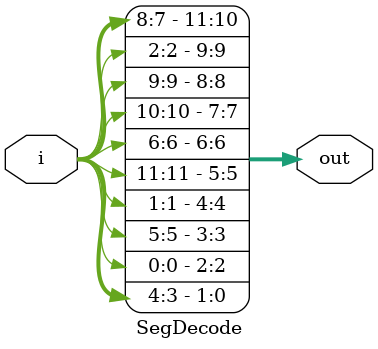
<source format=v>
module SegDecode #(
	)
(
	input [11:0] i,
	output [11:0] out
	/*output out1,
	output out2,
	output out3,
	output out4,
	output out5,
	output out6,
	output out7,
	output out8,
	output out9,
	output out10,
	output out11
	*/
);

// i: [[1, 2, 3, 4], A, B, C, D, E, F, G, DP]
//swap 11 and 5
//swap 7 and 8
assign out={i[8],i[7],i[2],i[9],i[10],i[6],i[11],i[1],i[5],i[0],i[4],i[3]};

endmodule

</source>
